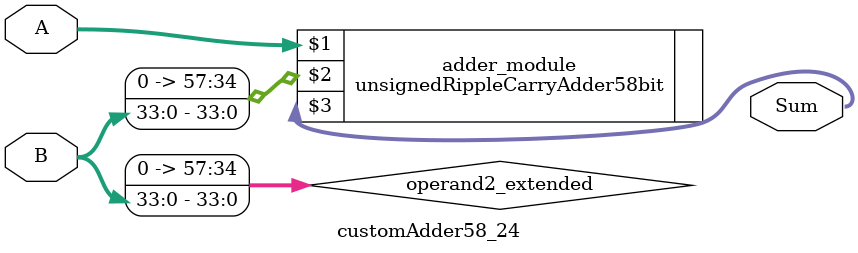
<source format=v>
module customAdder58_24(
                        input [57 : 0] A,
                        input [33 : 0] B,
                        
                        output [58 : 0] Sum
                );

        wire [57 : 0] operand2_extended;
        
        assign operand2_extended =  {24'b0, B};
        
        unsignedRippleCarryAdder58bit adder_module(
            A,
            operand2_extended,
            Sum
        );
        
        endmodule
        
</source>
